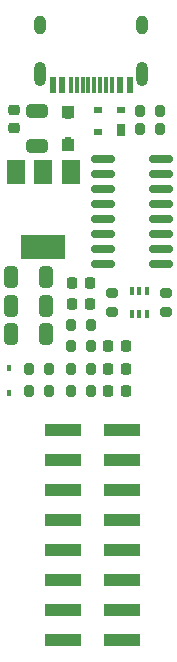
<source format=gtp>
G04 #@! TF.GenerationSoftware,KiCad,Pcbnew,7.0.1*
G04 #@! TF.CreationDate,2023-08-15T21:07:27+02:00*
G04 #@! TF.ProjectId,ESP_PROG,4553505f-5052-44f4-972e-6b696361645f,rev?*
G04 #@! TF.SameCoordinates,Original*
G04 #@! TF.FileFunction,Paste,Top*
G04 #@! TF.FilePolarity,Positive*
%FSLAX46Y46*%
G04 Gerber Fmt 4.6, Leading zero omitted, Abs format (unit mm)*
G04 Created by KiCad (PCBNEW 7.0.1) date 2023-08-15 21:07:27*
%MOMM*%
%LPD*%
G01*
G04 APERTURE LIST*
G04 Aperture macros list*
%AMRoundRect*
0 Rectangle with rounded corners*
0 $1 Rounding radius*
0 $2 $3 $4 $5 $6 $7 $8 $9 X,Y pos of 4 corners*
0 Add a 4 corners polygon primitive as box body*
4,1,4,$2,$3,$4,$5,$6,$7,$8,$9,$2,$3,0*
0 Add four circle primitives for the rounded corners*
1,1,$1+$1,$2,$3*
1,1,$1+$1,$4,$5*
1,1,$1+$1,$6,$7*
1,1,$1+$1,$8,$9*
0 Add four rect primitives between the rounded corners*
20,1,$1+$1,$2,$3,$4,$5,0*
20,1,$1+$1,$4,$5,$6,$7,0*
20,1,$1+$1,$6,$7,$8,$9,0*
20,1,$1+$1,$8,$9,$2,$3,0*%
G04 Aperture macros list end*
%ADD10RoundRect,0.200000X-0.275000X0.200000X-0.275000X-0.200000X0.275000X-0.200000X0.275000X0.200000X0*%
%ADD11O,1.000000X2.100000*%
%ADD12O,1.000000X1.600000*%
%ADD13R,0.600000X1.450000*%
%ADD14R,0.300000X1.450000*%
%ADD15R,3.150000X1.000000*%
%ADD16RoundRect,0.225000X-0.225000X-0.250000X0.225000X-0.250000X0.225000X0.250000X-0.225000X0.250000X0*%
%ADD17RoundRect,0.200000X0.200000X0.275000X-0.200000X0.275000X-0.200000X-0.275000X0.200000X-0.275000X0*%
%ADD18RoundRect,0.250000X0.325000X0.650000X-0.325000X0.650000X-0.325000X-0.650000X0.325000X-0.650000X0*%
%ADD19RoundRect,0.150000X0.825000X0.150000X-0.825000X0.150000X-0.825000X-0.150000X0.825000X-0.150000X0*%
%ADD20RoundRect,0.200000X-0.200000X-0.275000X0.200000X-0.275000X0.200000X0.275000X-0.200000X0.275000X0*%
%ADD21R,0.700000X1.000000*%
%ADD22R,0.700000X0.600000*%
%ADD23R,1.500000X2.000000*%
%ADD24R,3.800000X2.000000*%
%ADD25RoundRect,0.218750X0.218750X0.256250X-0.218750X0.256250X-0.218750X-0.256250X0.218750X-0.256250X0*%
%ADD26RoundRect,0.250000X0.650000X-0.325000X0.650000X0.325000X-0.650000X0.325000X-0.650000X-0.325000X0*%
%ADD27RoundRect,0.225000X0.225000X0.250000X-0.225000X0.250000X-0.225000X-0.250000X0.225000X-0.250000X0*%
%ADD28R,0.450000X0.600000*%
%ADD29R,1.100000X1.100000*%
%ADD30R,0.600000X0.400000*%
%ADD31R,0.400000X0.650000*%
%ADD32RoundRect,0.225000X0.250000X-0.225000X0.250000X0.225000X-0.250000X0.225000X-0.250000X-0.225000X0*%
G04 APERTURE END LIST*
D10*
X54483000Y-52769000D03*
X54483000Y-54419000D03*
D11*
X57025000Y-34245000D03*
D12*
X57025000Y-30065000D03*
D11*
X48385000Y-34245000D03*
D12*
X48385000Y-30065000D03*
D13*
X55955000Y-35160000D03*
X55155000Y-35160000D03*
D14*
X53955000Y-35160000D03*
X52955000Y-35160000D03*
X52455000Y-35160000D03*
X51455000Y-35160000D03*
D13*
X50255000Y-35160000D03*
X49455000Y-35160000D03*
X49455000Y-35160000D03*
X50255000Y-35160000D03*
D14*
X50955000Y-35160000D03*
X51955000Y-35160000D03*
X53455000Y-35160000D03*
X54455000Y-35160000D03*
D13*
X55155000Y-35160000D03*
X55955000Y-35160000D03*
D15*
X50274040Y-64398672D03*
X55324040Y-64398672D03*
X50274040Y-66938672D03*
X55324040Y-66938672D03*
X50274040Y-69478672D03*
X55324040Y-69478672D03*
X50274040Y-72018672D03*
X55324040Y-72018672D03*
X50274040Y-74558672D03*
X55324040Y-74558672D03*
X50274040Y-77098672D03*
X55324040Y-77098672D03*
X50274040Y-79638672D03*
X55324040Y-79638672D03*
X50274040Y-82178672D03*
X55324040Y-82178672D03*
D16*
X51041000Y-51943000D03*
X52591000Y-51943000D03*
D17*
X52640182Y-61097141D03*
X50990182Y-61097141D03*
X49085000Y-59182000D03*
X47435000Y-59182000D03*
D18*
X48846000Y-53848000D03*
X45896000Y-53848000D03*
D17*
X52644581Y-57273918D03*
X50994581Y-57273918D03*
D19*
X58609000Y-50292000D03*
X58609000Y-49022000D03*
X58609000Y-47752000D03*
X58609000Y-46482000D03*
X58609000Y-45212000D03*
X58609000Y-43942000D03*
X58609000Y-42672000D03*
X58609000Y-41402000D03*
X53659000Y-41402000D03*
X53659000Y-42672000D03*
X53659000Y-43942000D03*
X53659000Y-45212000D03*
X53659000Y-46482000D03*
X53659000Y-47752000D03*
X53659000Y-49022000D03*
X53659000Y-50292000D03*
D20*
X56833000Y-37338000D03*
X58483000Y-37338000D03*
D21*
X55229000Y-38977000D03*
D22*
X55229000Y-37277000D03*
X53229000Y-37277000D03*
X53229000Y-39177000D03*
D17*
X52649979Y-55509101D03*
X50999979Y-55509101D03*
X49085000Y-61087000D03*
X47435000Y-61087000D03*
D23*
X50941000Y-42570000D03*
X48641000Y-42570000D03*
D24*
X48641000Y-48870000D03*
D23*
X46341000Y-42570000D03*
D18*
X48846000Y-51435000D03*
X45896000Y-51435000D03*
D10*
X59055000Y-52769000D03*
X59055000Y-54419000D03*
D25*
X55651500Y-61087000D03*
X54076500Y-61087000D03*
D18*
X48846000Y-56261000D03*
X45896000Y-56261000D03*
D26*
X48133000Y-40314108D03*
X48133000Y-37364108D03*
D25*
X55651500Y-59182000D03*
X54076500Y-59182000D03*
D27*
X52599979Y-53731101D03*
X51049979Y-53731101D03*
D28*
X45720000Y-59148000D03*
X45720000Y-61248000D03*
D29*
X50759126Y-40212726D03*
D30*
X50759126Y-39712726D03*
X50759126Y-37912726D03*
D29*
X50759126Y-37412726D03*
D20*
X56833000Y-38862000D03*
X58483000Y-38862000D03*
D31*
X56119000Y-54544000D03*
X56769000Y-54544000D03*
X57419000Y-54544000D03*
X57419000Y-52644000D03*
X56769000Y-52644000D03*
X56119000Y-52644000D03*
D32*
X46157915Y-38805594D03*
X46157915Y-37255594D03*
D17*
X52641000Y-59182000D03*
X50991000Y-59182000D03*
D25*
X55651500Y-57279315D03*
X54076500Y-57279315D03*
M02*

</source>
